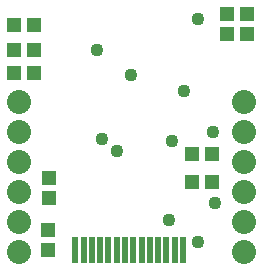
<source format=gts>
G75*
%MOIN*%
%OFA0B0*%
%FSLAX24Y24*%
%IPPOS*%
%LPD*%
%AMOC8*
5,1,8,0,0,1.08239X$1,22.5*
%
%ADD10C,0.0800*%
%ADD11R,0.0217X0.0855*%
%ADD12R,0.0493X0.0454*%
%ADD13R,0.0454X0.0493*%
%ADD14C,0.0436*%
D10*
X000670Y003476D03*
X000670Y004476D03*
X000670Y005476D03*
X000670Y006476D03*
X000670Y007476D03*
X000670Y008476D03*
X008170Y008476D03*
X008170Y007476D03*
X008170Y006476D03*
X008170Y005476D03*
X008170Y004476D03*
X008170Y003476D03*
D11*
X006127Y003520D03*
X005851Y003520D03*
X005576Y003520D03*
X005300Y003520D03*
X005024Y003520D03*
X004749Y003520D03*
X004473Y003520D03*
X004198Y003520D03*
X003922Y003520D03*
X003646Y003520D03*
X003371Y003520D03*
X003095Y003520D03*
X002820Y003520D03*
X002544Y003520D03*
D12*
X006422Y006724D03*
X007091Y006724D03*
X007111Y005811D03*
X006442Y005811D03*
X001174Y009413D03*
X001162Y010201D03*
X001154Y011012D03*
X000485Y011012D03*
X000493Y010201D03*
X000505Y009413D03*
D13*
X001678Y005933D03*
X001678Y005264D03*
X001627Y004205D03*
X001627Y003535D03*
X007595Y010732D03*
X007595Y011402D03*
X008261Y011409D03*
X008261Y010740D03*
D14*
X006619Y011232D03*
X006170Y008827D03*
X007146Y007461D03*
X005749Y007161D03*
X007194Y005087D03*
X006627Y003799D03*
X005654Y004512D03*
X003930Y006815D03*
X003434Y007236D03*
X004406Y009358D03*
X003261Y010189D03*
M02*

</source>
